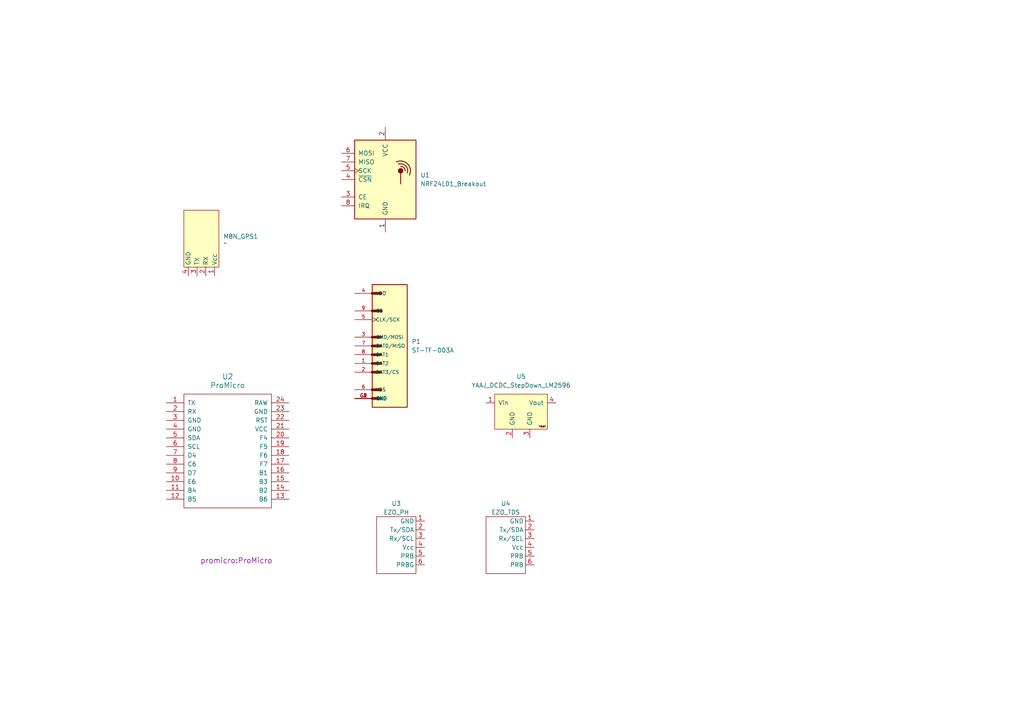
<source format=kicad_sch>
(kicad_sch (version 20231120) (generator "eeschema") (generator_version "8.0")
  (paper "A4")
  (lib_symbols
    (symbol "Custom Libraries:Ublox_Neo_M8N_GPS"
      (property "Reference" "M8N_GPS" (at 6.604 8.636 0))
      (symbol "Ublox_Neo_M8N_GPS_1_1"
        (rectangle (start 11.43 6.35) (end 1.27 -10.16) (fill (type background)))
        (pin power_in line (at 10.16 -12.7 90) (length 2.54) (name "Vcc") (number "1"))
        (pin input line (at 7.62 -12.7 90) (length 2.54) (name "RX") (number "2"))
        (pin output line (at 5.08 -12.7 90) (length 2.54) (name "TX") (number "3"))
        (pin power_out line (at 2.54 -12.7 90) (length 2.54) (name "GND") (number "4"))
      )
    )
    (symbol "EZO_PH_1"
      (property "Reference" "U4" (at -3.175 6.35 0))
      (property "Value" "EZO_TDS" (at -3.175 3.81 0))
      (symbol "EZO_PH_1_0_1"
        (rectangle (start -8.89 2.54) (end 2.54 -13.97))
      )
      (symbol "EZO_PH_1_1_1"
        (pin input line (at 5.08 1.27 180) (length 2.54) (name "GND") (number "1"))
        (pin input line (at 5.08 -1.27 180) (length 2.54) (name "Tx/SDA") (number "2"))
        (pin input line (at 5.08 -3.81 180) (length 2.54) (name "Rx/SCL") (number "3"))
        (pin input line (at 5.08 -6.35 180) (length 2.54) (name "Vcc") (number "4"))
        (pin input line (at 5.08 -8.89 180) (length 2.54) (name "PRB") (number "5"))
        (pin input line (at 5.08 -11.43 180) (length 2.54) (name "PRB") (number "6"))
      )
    )
    (symbol "EZO_custom libraries:EZO_PH"
      (property "Reference" "U3" (at -3.175 6.35 0))
      (property "Value" "EZO_PH" (at -3.175 3.81 0))
      (symbol "EZO_PH_0_1"
        (rectangle (start -8.89 2.54) (end 2.54 -13.97))
      )
      (symbol "EZO_PH_1_1"
        (pin input line (at 5.08 1.27 180) (length 2.54) (name "GND") (number "1"))
        (pin input line (at 5.08 -1.27 180) (length 2.54) (name "Tx/SDA") (number "2"))
        (pin input line (at 5.08 -3.81 180) (length 2.54) (name "Rx/SCL") (number "3"))
        (pin input line (at 5.08 -6.35 180) (length 2.54) (name "Vcc") (number "4"))
        (pin input line (at 5.08 -8.89 180) (length 2.54) (name "PRB") (number "5"))
        (pin input line (at 5.08 -11.43 180) (length 2.54) (name "PRBG") (number "6"))
      )
    )
    (symbol "RF:NRF24L01_Breakout" (pin_names (offset 1.016))
      (property "Reference" "U" (at -8.89 12.7 0))
      (property "Value" "NRF24L01_Breakout" (at 3.81 12.7 0))
      (symbol "NRF24L01_Breakout_0_1"
        (rectangle (start -8.89 11.43) (end 8.89 -11.43) (stroke (width 0.254)) (fill (type background)))
        (polyline (pts (xy 4.445 1.905) (xy 4.445 -1.27)) (stroke (width 0.254)))
        (circle (center 4.445 2.54) (radius 0.635) (stroke (width 0.254)) (fill (type outline)))
        (arc (start 5.715 2.54) (mid 5.3521 3.4546) (end 4.445 3.81) (stroke (width 0.254)))
        (arc (start 6.35 1.905) (mid 5.8763 3.9854) (end 3.81 4.445) (stroke (width 0.254)))
        (arc (start 6.985 1.27) (mid 6.453 4.548) (end 3.175 5.08) (stroke (width 0.254)))
      )
      (symbol "NRF24L01_Breakout_1_1"
        (pin power_in line (at 0 -15.24 90) (length 3.81) (name "GND") (number "1"))
        (pin power_in line (at 0 15.24 270) (length 3.81) (name "VCC") (number "2"))
        (pin input line (at -12.7 -5.08 0) (length 3.81) (name "CE") (number "3"))
        (pin input line (at -12.7 0 0) (length 3.81) (name "~{CSN}") (number "4"))
        (pin input clock (at -12.7 2.54 0) (length 3.81) (name "SCK") (number "5"))
        (pin input line (at -12.7 7.62 0) (length 3.81) (name "MOSI") (number "6"))
        (pin output line (at -12.7 5.08 0) (length 3.81) (name "MISO") (number "7"))
        (pin output line (at -12.7 -7.62 0) (length 3.81) (name "IRQ") (number "8"))
      )
    )
    (symbol "ST-TF-003A:ST-TF-003A" (pin_names (offset 1.016))
      (property "Reference" "P1" (at 11.43 1.2701 0))
      (property "Value" "ST-TF-003A" (at 11.43 -1.2699 0))
      (symbol "ST-TF-003A_0_0"
        (rectangle (start 0 -17.78) (end 10.16 17.78) (stroke (width 0.254)) (fill (type background)))
        (polyline (pts (xy 0 -15.24) (xy 2.54 -15.24)) (stroke (width 0.762)))
        (polyline (pts (xy 0 -12.7) (xy 2.54 -12.7)) (stroke (width 0.762)))
        (polyline (pts (xy 0 -7.62) (xy 2.54 -7.62)) (stroke (width 0.762)))
        (polyline (pts (xy 0 -5.08) (xy 2.54 -5.08)) (stroke (width 0.762)))
        (polyline (pts (xy 0 -2.54) (xy 2.54 -2.54)) (stroke (width 0.762)))
        (polyline (pts (xy 0 0) (xy 2.54 0)) (stroke (width 0.762)))
        (polyline (pts (xy 0 2.54) (xy 2.54 2.54)) (stroke (width 0.762)))
        (polyline (pts (xy 0 10.16) (xy 2.54 10.16)) (stroke (width 0.762)))
        (polyline (pts (xy 0 15.24) (xy 2.54 15.24)) (stroke (width 0.762)))
        (pin bidirectional line (at -5.08 -5.08 0) (length 5.08) (name "DAT2") (number "1"))
        (pin power_in line (at -5.08 15.24 0) (length 5.08) (name "VDD") (number "4"))
        (pin passive line (at -5.08 -12.7 0) (length 5.08) (name "VSS") (number "6"))
        (pin bidirectional line (at -5.08 -2.54 0) (length 5.08) (name "DAT1") (number "8"))
        (pin input line (at -5.08 10.16 0) (length 5.08) (name "CD") (number "9"))
        (pin passive line (at -5.08 -15.24 0) (length 5.08) (name "GND") (number "G2"))
        (pin passive line (at -5.08 -15.24 0) (length 5.08) (name "GND") (number "G3"))
        (pin passive line (at -5.08 -15.24 0) (length 5.08) (name "GND") (number "G4"))
      )
      (symbol "ST-TF-003A_1_0"
        (pin bidirectional line (at -5.08 -7.62 0) (length 5.08) (name "DAT3/CS") (number "2"))
        (pin bidirectional line (at -5.08 2.54 0) (length 5.08) (name "CMD/MOSI") (number "3"))
        (pin input clock (at -5.08 7.62 0) (length 5.08) (name "CLK/SCK") (number "5"))
        (pin bidirectional line (at -5.08 0 0) (length 5.08) (name "DAT0/MISO") (number "7"))
        (pin passive line (at -5.08 -15.24 0) (length 5.08) (name "GND") (number "G1"))
      )
    )
    (symbol "promicro:ProMicro" (pin_names (offset 1.016))
      (property "Reference" "U" (at 0 24.13 0))
      (property "Value" "ProMicro" (at 0 -13.97 0))
      (symbol "ProMicro_0_1"
        (rectangle (start -12.7 21.59) (end 12.7 -11.43))
      )
      (symbol "ProMicro_1_1"
        (pin bidirectional line (at -17.78 19.05 0) (length 5.08) (name "TX") (number "1"))
        (pin bidirectional line (at -17.78 -3.81 0) (length 5.08) (name "E6") (number "10"))
        (pin bidirectional line (at -17.78 -6.35 0) (length 5.08) (name "B4") (number "11"))
        (pin bidirectional line (at -17.78 -8.89 0) (length 5.08) (name "B5") (number "12"))
        (pin bidirectional line (at 17.78 -8.89 180) (length 5.08) (name "B6") (number "13"))
        (pin bidirectional line (at 17.78 -6.35 180) (length 5.08) (name "B2") (number "14"))
        (pin bidirectional line (at 17.78 -3.81 180) (length 5.08) (name "B3") (number "15"))
        (pin bidirectional line (at 17.78 -1.27 180) (length 5.08) (name "B1") (number "16"))
        (pin bidirectional line (at 17.78 1.27 180) (length 5.08) (name "F7") (number "17"))
        (pin bidirectional line (at 17.78 3.81 180) (length 5.08) (name "F6") (number "18"))
        (pin bidirectional line (at 17.78 6.35 180) (length 5.08) (name "F5") (number "19"))
        (pin bidirectional line (at -17.78 16.51 0) (length 5.08) (name "RX") (number "2"))
        (pin bidirectional line (at 17.78 8.89 180) (length 5.08) (name "F4") (number "20"))
        (pin power_in line (at 17.78 11.43 180) (length 5.08) (name "VCC") (number "21"))
        (pin input line (at 17.78 13.97 180) (length 5.08) (name "RST") (number "22"))
        (pin power_in line (at 17.78 16.51 180) (length 5.08) (name "GND") (number "23"))
        (pin power_out line (at 17.78 19.05 180) (length 5.08) (name "RAW") (number "24"))
        (pin power_in line (at -17.78 13.97 0) (length 5.08) (name "GND") (number "3"))
        (pin power_in line (at -17.78 11.43 0) (length 5.08) (name "GND") (number "4"))
        (pin bidirectional line (at -17.78 8.89 0) (length 5.08) (name "SDA") (number "5"))
        (pin bidirectional line (at -17.78 6.35 0) (length 5.08) (name "SCL") (number "6"))
        (pin bidirectional line (at -17.78 3.81 0) (length 5.08) (name "D4") (number "7"))
        (pin bidirectional line (at -17.78 1.27 0) (length 5.08) (name "C6") (number "8"))
        (pin bidirectional line (at -17.78 -1.27 0) (length 5.08) (name "D7") (number "9"))
      )
    )
    (symbol "yaaj_dcdc_stepdown_lm2596:YAAJ_DCDC_StepDown_LM2596" (pin_names (offset 1.016))
      (property "Reference" "U" (at -5.08 6.35 0))
      (property "Value" "YAAJ_DCDC_StepDown_LM2596" (at 0 11.43 0))
      (symbol "YAAJ_DCDC_StepDown_LM2596_0_1"
        (rectangle (start -7.62 5.08) (end 7.62 -5.08) (fill (type background)))
      )
      (symbol "YAAJ_DCDC_StepDown_LM2596_1_1"
        (text "Y@@V" (at 6.1976 -4.2672 0) (effects (font (size 0.508 0.508))))
        (pin power_in line (at -10.16 2.54 0) (length 2.54) (name "Vin") (number "1"))
        (pin power_in line (at -2.54 -7.62 90) (length 2.54) (name "GND") (number "2"))
        (pin power_in line (at 2.54 -7.62 90) (length 2.54) (name "GND") (number "3"))
        (pin power_out line (at 10.16 2.54 180) (length 2.54) (name "Vout") (number "4"))
      )
    )
  )
  (symbol (lib_id "promicro:ProMicro") (at 66.04 135.89 0) (unit 1)
    (property "Reference" "U2" (at 66.04 109.22 0) (effects (font (size 1.524 1.524))))
    (property "Value" "ProMicro" (at 66.04 111.76 0) (effects (font (size 1.524 1.524))))
    (property "Footprint" "promicro:ProMicro" (at 68.58 162.56 0) (effects (font (size 1.524 1.524))))
  )
  (symbol (lib_id "EZO_custom libraries:EZO_PH") (at 118.11 152.4 0) (unit 1)
    (property "Reference" "U3" (at 114.935 146.05 0))
    (property "Value" "EZO_PH" (at 114.935 148.59 0))
    (property "Footprint" "EZO_PH:EZO_PH" (effects (hide yes)))
  )
  (symbol (lib_id "RF:NRF24L01_Breakout") (at 111.76 52.07 0) (unit 1)
    (property "Reference" "U1" (at 121.92 50.7999 0) (effects (justify left)))
    (property "Value" "NRF24L01_Breakout" (at 121.92 53.3399 0) (effects (justify left)))
    (property "Footprint" "NRF24L01+PA-LNA:NRF24L01+PA/LNA-FOOTPRINT" (effects (hide yes)))
    (property "Datasheet" "http://www.nordicsemi.com/eng/content/download/2730/34105/file/nRF24L01_Product_Specification_v2_0.pdf" (effects (hide yes)))
    (property "Description" "Ultra low power 2.4GHz RF Transceiver, Carrier PCB" (effects (hide yes)))
  )
  (symbol (lib_name "EZO_PH_1") (lib_id "EZO_custom libraries:EZO_PH") (at 149.86 152.4 0) (unit 1)
    (property "Reference" "U4" (at 146.685 146.05 0))
    (property "Value" "EZO_TDS" (at 146.685 148.59 0))
    (property "Footprint" "EZO_TDS:EZO_TDS" (effects (hide yes)))
  )
  (symbol (lib_id "ST-TF-003A:ST-TF-003A") (at 107.95 100.33 0) (unit 1)
    (property "Reference" "P1" (at 119.38 99.0599 0) (effects (justify left)))
    (property "Value" "ST-TF-003A" (at 119.38 101.5999 0) (effects (justify left)))
    (property "Footprint" "ST-TF-003A:SUNTECH_ST-TF-003A" (effects (hide yes)))
    (property "MF" "Suntech" (effects (hide yes)))
    (property "Description_1" "\nMicro SD Card Socket\n" (effects (hide yes)))
    (property "Package" "None" (effects (hide yes)))
    (property "Price" "None" (effects (hide yes)))
    (property "Check_prices" "https://www.snapeda.com/parts/ST-TF-003A/Suntech/view-part/?ref=eda" (effects (hide yes)))
    (property "SnapEDA_Link" "https://www.snapeda.com/parts/ST-TF-003A/Suntech/view-part/?ref=snap" (effects (hide yes)))
    (property "MP" "ST-TF-003A" (effects (hide yes)))
    (property "Availability" "Not in stock" (effects (hide yes)))
    (property "MANUFACTURER" "Suntech" (effects (hide yes)))
  )
  (symbol (lib_id "Custom Libraries:Ublox_Neo_M8N_GPS") (at 52.07 67.31 0) (unit 1)
    (property "Reference" "M8N_GPS1" (at 64.77 68.5799 0) (effects (justify left)))
    (property "Value" "~" (at 64.77 70.485 0) (effects (justify left)))
    (property "Footprint" "Ublox_Neo_M8N_GPS:Ublox_Neo_M8N_GPS" (effects (hide yes)))
  )
  (symbol (lib_id "yaaj_dcdc_stepdown_lm2596:YAAJ_DCDC_StepDown_LM2596") (at 151.13 119.38 0) (unit 1)
    (property "Reference" "U5" (at 151.13 109.22 0))
    (property "Value" "YAAJ_DCDC_StepDown_LM2596" (at 151.13 111.76 0))
    (property "Footprint" "LM2596:YAAJ_DCDC_StepDown_LM2596" (effects (hide yes)))
    (property "Description" "module : adjustable step down module 3.2V-40V to 1.25V-35V 3A" (effects (hide yes)))
  )
)
</source>
